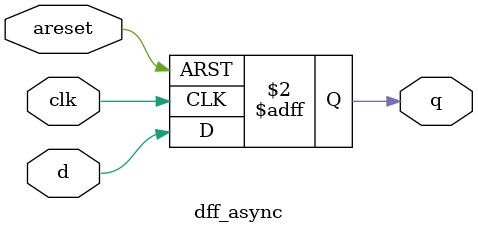
<source format=sv>
module dff_async(
  input logic clk,
  input logic areset,
  input logic d,
  
  output logic q);
  
  always_ff @(posedge clk or posedge areset) begin
    if(areset) begin
      q <= 1'b0;
    end
    else begin
      q <= d;
    end
  end
  
endmodule

</source>
